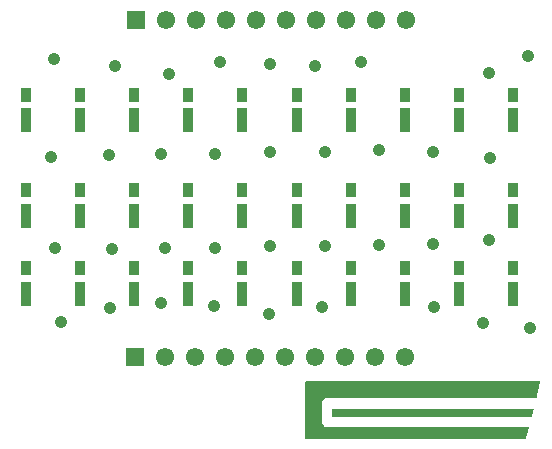
<source format=gts>
%FSLAX33Y33*%
%MOMM*%
%AMRect-W2000001-H800001-RO0.500*
21,1,2.000001,0.800001,0.,0.,270*%
%AMRect-W1200000-H800001-RO0.500*
21,1,1.2,0.800001,0.,0.,270*%
%ADD10C,0.0508*%
%ADD11C,1.0668*%
%ADD12Rect-W2000001-H800001-RO0.500*%
%ADD13Rect-W1200000-H800001-RO0.500*%
%ADD14R,1.55X1.55*%
%ADD15C,1.55*%
D10*
%LNpour fill*%
G01*
X46664Y6516D02*
X46664Y6516D01*
X29649Y6516*
X29648Y6516*
X29557Y6525*
X29554Y6526*
X29466Y6553*
X29464Y6554*
X29382Y6597*
X29380Y6599*
X29309Y6657*
X29307Y6659*
X29249Y6730*
X29247Y6732*
X29204Y6814*
X29203Y6816*
X29176Y6904*
X29175Y6907*
X29166Y6998*
X29166Y6999*
X29166Y8601*
X29166Y8602*
X29175Y8693*
X29176Y8696*
X29203Y8784*
X29204Y8786*
X29247Y8868*
X29249Y8870*
X29307Y8941*
X29309Y8943*
X29380Y9001*
X29382Y9003*
X29464Y9046*
X29466Y9047*
X29554Y9074*
X29557Y9075*
X29648Y9084*
X29649Y9084*
X47315Y9084*
X47622Y10425*
X27875Y10425*
X27875Y5625*
X46411Y5625*
X46664Y6516*
X27850Y5650D02*
X46444Y5650D01*
X27850Y5699D02*
X46458Y5699D01*
X27850Y5749D02*
X46472Y5749D01*
X27850Y5798D02*
X46486Y5798D01*
X27850Y5848D02*
X46500Y5848D01*
X27850Y5897D02*
X46514Y5897D01*
X27850Y5947D02*
X46529Y5947D01*
X27850Y5996D02*
X46543Y5996D01*
X27850Y6046D02*
X46557Y6046D01*
X27850Y6095D02*
X46571Y6095D01*
X27850Y6145D02*
X46585Y6145D01*
X27850Y6194D02*
X46599Y6194D01*
X27850Y6244D02*
X46613Y6244D01*
X27850Y6293D02*
X46627Y6293D01*
X27850Y6343D02*
X46641Y6343D01*
X27850Y6392D02*
X46655Y6392D01*
X27850Y6442D02*
X46669Y6442D01*
X27850Y6492D02*
X46684Y6492D01*
X27850Y6541D02*
X46698Y6541D01*
X27850Y6591D02*
X29449Y6591D01*
X27850Y6640D02*
X29370Y6640D01*
X27850Y6690D02*
X29315Y6690D01*
X27850Y6739D02*
X29274Y6739D01*
X27850Y6789D02*
X29246Y6789D01*
X27850Y6838D02*
X29223Y6838D01*
X27850Y6888D02*
X29208Y6888D01*
X27850Y6937D02*
X29198Y6937D01*
X27850Y6987D02*
X29193Y6987D01*
X27850Y7036D02*
X29192Y7036D01*
X27850Y7086D02*
X29192Y7086D01*
X27850Y7135D02*
X29192Y7135D01*
X27850Y7185D02*
X29192Y7185D01*
X27850Y7234D02*
X29192Y7234D01*
X27850Y7284D02*
X29192Y7284D01*
X27850Y7334D02*
X29192Y7334D01*
X27850Y7383D02*
X29192Y7383D01*
X27850Y7433D02*
X29192Y7433D01*
X27850Y7482D02*
X29192Y7482D01*
X27850Y7532D02*
X29192Y7532D01*
X27850Y7581D02*
X29192Y7581D01*
X27850Y7631D02*
X29192Y7631D01*
X27850Y7680D02*
X29192Y7680D01*
X27850Y7730D02*
X29192Y7730D01*
X27850Y7779D02*
X29192Y7779D01*
X27850Y7829D02*
X29192Y7829D01*
X27850Y7878D02*
X29192Y7878D01*
X27850Y7928D02*
X29192Y7928D01*
X27850Y7977D02*
X29192Y7977D01*
X27850Y8027D02*
X29192Y8027D01*
X27850Y8076D02*
X29192Y8076D01*
X27850Y8126D02*
X29192Y8126D01*
X27850Y8176D02*
X29192Y8176D01*
X27850Y8225D02*
X29192Y8225D01*
X27850Y8275D02*
X29192Y8275D01*
X27850Y8324D02*
X29192Y8324D01*
X27850Y8374D02*
X29192Y8374D01*
X27850Y8423D02*
X29192Y8423D01*
X27850Y8473D02*
X29192Y8473D01*
X27850Y8522D02*
X29192Y8522D01*
X27850Y8572D02*
X29192Y8572D01*
X27850Y8621D02*
X29194Y8621D01*
X27850Y8671D02*
X29199Y8671D01*
X27850Y8720D02*
X29210Y8720D01*
X27850Y8770D02*
X29225Y8770D01*
X27850Y8819D02*
X29250Y8819D01*
X27850Y8869D02*
X29281Y8869D01*
X27850Y8919D02*
X29321Y8919D01*
X27850Y8968D02*
X29380Y8968D01*
X27850Y9018D02*
X29464Y9018D01*
X27850Y9067D02*
X47337Y9067D01*
X27850Y9117D02*
X47348Y9117D01*
X27850Y9166D02*
X47360Y9166D01*
X27850Y9216D02*
X47371Y9216D01*
X27850Y9265D02*
X47382Y9265D01*
X27850Y9315D02*
X47394Y9315D01*
X27850Y9364D02*
X47405Y9364D01*
X27850Y9414D02*
X47416Y9414D01*
X27850Y9463D02*
X47428Y9463D01*
X27850Y9513D02*
X47439Y9513D01*
X27850Y9562D02*
X47450Y9562D01*
X27850Y9612D02*
X47462Y9612D01*
X27850Y9661D02*
X47473Y9661D01*
X27850Y9711D02*
X47485Y9711D01*
X27850Y9761D02*
X47496Y9761D01*
X27850Y9810D02*
X47507Y9810D01*
X27850Y9860D02*
X47519Y9860D01*
X27850Y9909D02*
X47530Y9909D01*
X27850Y9959D02*
X47541Y9959D01*
X27850Y10008D02*
X47553Y10008D01*
X27850Y10058D02*
X47564Y10058D01*
X27850Y10107D02*
X47575Y10107D01*
X27850Y10157D02*
X47587Y10157D01*
X27850Y10206D02*
X47598Y10206D01*
X27850Y10256D02*
X47609Y10256D01*
X27850Y10305D02*
X47621Y10305D01*
X27850Y10355D02*
X47632Y10355D01*
X27850Y10404D02*
X47644Y10404D01*
X47081Y8116D02*
X47081Y8116D01*
X30134Y8116*
X30134Y7484*
X46918Y7484*
X47081Y8116*
X30108Y7508D02*
X46951Y7508D01*
X30108Y7557D02*
X46963Y7557D01*
X30108Y7607D02*
X46976Y7607D01*
X30108Y7656D02*
X46989Y7656D01*
X30108Y7706D02*
X47002Y7706D01*
X30108Y7755D02*
X47014Y7755D01*
X30108Y7805D02*
X47027Y7805D01*
X30108Y7854D02*
X47040Y7854D01*
X30108Y7904D02*
X47052Y7904D01*
X30108Y7954D02*
X47065Y7954D01*
X30108Y8003D02*
X47078Y8003D01*
X30108Y8053D02*
X47091Y8053D01*
X30108Y8102D02*
X47103Y8102D01*
%LNtop solder mask_traces*%
D11*
X24900Y37300D03*
X46900Y14900D03*
X29550Y29850D03*
X43400Y36550D03*
X38650Y22050D03*
X38650Y29800D03*
X16350Y36450D03*
X6650Y21700D03*
X43400Y22400D03*
X28700Y37150D03*
X7150Y15450D03*
X46750Y37950D03*
X32600Y37500D03*
X24850Y29850D03*
X20150Y16800D03*
X15650Y29650D03*
X11250Y29600D03*
X29550Y21900D03*
X24900Y21850D03*
X29250Y16750D03*
X15650Y17050D03*
X34100Y30050D03*
X43450Y29350D03*
X11700Y37150D03*
X20250Y29650D03*
X6350Y29400D03*
X6600Y37700D03*
X24800Y16150D03*
X20250Y21750D03*
X15950Y21700D03*
X11500Y21600D03*
X38750Y16700D03*
X34100Y21950D03*
X20600Y37450D03*
X11350Y16600D03*
X42900Y15350D03*
%LNtop solder mask component b63a915f14e56ab0*%
D12*
X31697Y32520D03*
D13*
X31697Y34670D03*
%LNtop solder mask component 2d8a75f5f516d1e8*%
D12*
X40864Y32520D03*
D13*
X40864Y34670D03*
%LNtop solder mask component dda7386182c8d90b*%
D12*
X40864Y24450D03*
D13*
X40864Y26600D03*
%LNtop solder mask component 237f822594edd433*%
D12*
X13364Y32520D03*
D13*
X13364Y34670D03*
%LNtop solder mask component 00b1c4d6fd4119b1*%
D12*
X17947Y17845D03*
D13*
X17947Y19995D03*
%LNtop solder mask component ef6e12693dbf5f4e*%
D12*
X8781Y24450D03*
D13*
X8781Y26600D03*
%LNtop solder mask component c27913cca4f7b2bc*%
D12*
X13364Y24450D03*
D13*
X13364Y26600D03*
%LNtop solder mask component 6ecb9e78d0b4ad16*%
D12*
X17947Y24450D03*
D13*
X17947Y26600D03*
%LNtop solder mask component d3f5827382159297*%
D14*
X13420Y12450D03*
D15*
X15960Y12450D03*
X18500Y12450D03*
X21040Y12450D03*
X23580Y12450D03*
X26120Y12450D03*
X28660Y12450D03*
X31200Y12450D03*
X33740Y12450D03*
X36280Y12450D03*
%LNtop solder mask component f06a9b999809c5bc*%
D12*
X22531Y32520D03*
D13*
X22531Y34670D03*
%LNtop solder mask component 9d9787e56fb843b5*%
D12*
X31697Y24450D03*
D13*
X31697Y26600D03*
%LNtop solder mask component 625668e8c4110400*%
D12*
X27114Y24450D03*
D13*
X27114Y26600D03*
%LNtop solder mask component 1c0a852161275c55*%
D12*
X36281Y24450D03*
D13*
X36281Y26600D03*
%LNtop solder mask component 6b81eb568788a618*%
D12*
X4197Y32520D03*
D13*
X4197Y34670D03*
%LNtop solder mask component ce574d7d1471fc53*%
D12*
X27114Y32520D03*
D13*
X27114Y34670D03*
%LNtop solder mask component 6b1c98187ecd4732*%
D12*
X36281Y32520D03*
D13*
X36281Y34670D03*
%LNtop solder mask component 763fc9b59c2e9779*%
D12*
X27114Y17845D03*
D13*
X27114Y19995D03*
%LNtop solder mask component e859c303c48e5b51*%
D12*
X22531Y17845D03*
D13*
X22531Y19995D03*
%LNtop solder mask component f3a27893b55f737a*%
D14*
X13495Y41025D03*
D15*
X16035Y41025D03*
X18575Y41025D03*
X21115Y41025D03*
X23655Y41025D03*
X26195Y41025D03*
X28735Y41025D03*
X31275Y41025D03*
X33815Y41025D03*
X36355Y41025D03*
%LNtop solder mask component aa635499163bf62b*%
D12*
X8781Y17845D03*
D13*
X8781Y19995D03*
%LNtop solder mask component 23c76c2c48bda672*%
D12*
X4197Y17845D03*
D13*
X4197Y19995D03*
%LNtop solder mask component 18ae8cbd932e49cf*%
D12*
X13364Y17845D03*
D13*
X13364Y19995D03*
%LNtop solder mask component 0aded2140b9cfb25*%
D12*
X31697Y17845D03*
D13*
X31697Y19995D03*
%LNtop solder mask component e87c228dd111c435*%
D12*
X8781Y32520D03*
D13*
X8781Y34670D03*
%LNtop solder mask component 76dc57f52eff33a9*%
D12*
X40864Y17845D03*
D13*
X40864Y19995D03*
%LNtop solder mask component 3eba9d942e51c6cb*%
D12*
X22531Y24450D03*
D13*
X22531Y26600D03*
%LNtop solder mask component 9ec9439801b11cfa*%
D12*
X45447Y24450D03*
D13*
X45447Y26600D03*
%LNtop solder mask component 733d94552b139b24*%
D12*
X4197Y24450D03*
D13*
X4197Y26600D03*
%LNtop solder mask component 18887290ca97bcee*%
D12*
X17947Y32520D03*
D13*
X17947Y34670D03*
%LNtop solder mask component ee666b82db008739*%
D12*
X45447Y17845D03*
D13*
X45447Y19995D03*
%LNtop solder mask component 730cdaa1f653b3c7*%
D12*
X45447Y32520D03*
D13*
X45447Y34670D03*
%LNtop solder mask component 2eac6afefd26ab07*%
D12*
X36281Y17845D03*
D13*
X36281Y19995D03*
M02*
</source>
